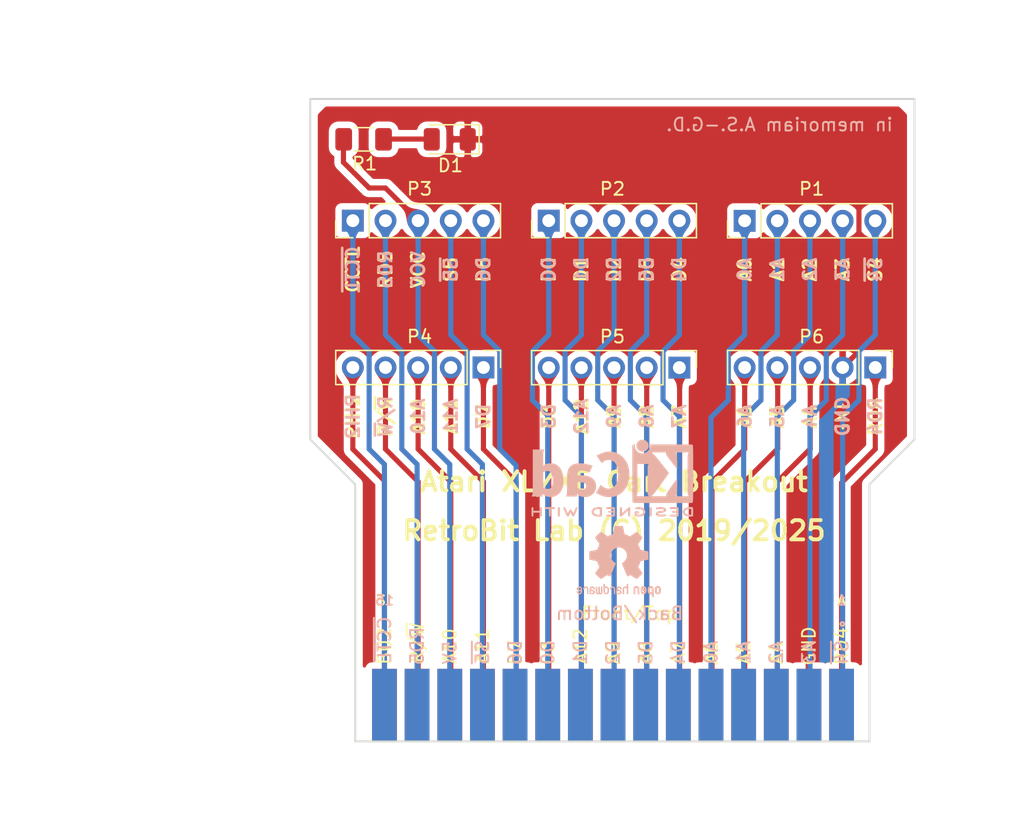
<source format=kicad_pcb>
(kicad_pcb (version 20171130) (host pcbnew 5.1.9+dfsg1-1+deb11u1)
  (title_block (date 2025-07-24))
  (layers (0 F.Cu signal) (31 B.Cu signal) (34 B.Paste user) (35 F.Paste user) (36 B.SilkS user) (37 F.SilkS user) (38 B.Mask user) (39 F.Mask user) (44 Edge.Cuts user))
  (net 0 "")
  (net 1 "Net-(D1-Pad2)")
  (net 2 GND)
  (net 3 VCC)
  (net 4 /RD4)
  (net 5 /~S4)
  (net 6 /A3)
  (net 7 /A2)
  (net 8 /A1)
  (net 9 /A0)
  (net 10 /D4)
  (net 11 /D5)
  (net 12 /D2)
  (net 13 /D1)
  (net 14 /D0)
  (net 15 /D6)
  (net 16 /~S5)
  (net 17 /RD5)
  (net 18 /~CCTL)
  (net 19 /A4)
  (net 20 /A5)
  (net 21 /A6)
  (net 22 /A7)
  (net 23 /A8)
  (net 24 /A9)
  (net 25 /A12)
  (net 26 /D3)
  (net 27 /D7)
  (net 28 /A11)
  (net 29 /A10)
  (net 30 /R~W)
  (net 31 /PHI2)
  (module RetroBitLab:ATARI-LEFT-CARTRIDGE (layer F.Cu) (at 132 105.5)
    (fp_text reference CART1 hide)
    (fp_text value ATARI-CARTRIDGE)
    (fp_text user S (at 1.016 1.524) (layer F.SilkS) (effects (font (size 0.75 0.75))))
    (fp_text user A (at 36.83 1.524) (layer F.SilkS) (effects (font (size 0.75 0.75))))
    (fp_text user 15 (at 1.27 1.524) (layer B.SilkS) (effects (font (size 0.75 0.75)) (justify mirror)))
    (fp_text user 1 (at 36.83 1.524) (layer B.SilkS) (effects (font (size 0.75 0.75)) (justify mirror)))
    (fp_text user Back/Bottom (at 19.558 2.54) (layer B.SilkS) (effects (justify mirror)))
    (fp_text user Front/Top (at 20.32 2.54) (layer F.SilkS))
    (fp_text user GND (at 34.29 5.08 90) (layer F.SilkS))
    (fp_text user A5 (at 29.21 5.588 90) (layer F.SilkS))
    (fp_text user A6 (at 26.67 5.588 90) (layer F.SilkS))
    (fp_text user A7 (at 24.13 5.588 90) (layer F.SilkS))
    (fp_text user A8 (at 21.59 5.588 90) (layer F.SilkS))
    (fp_text user A9 (at 19.05 5.588 90) (layer F.SilkS))
    (fp_text user A12 (at 16.51 5.08 90) (layer F.SilkS))
    (fp_text user A11 (at 8.89 5.08 90) (layer F.SilkS))
    (fp_text user A10 (at 6.35 5.08 90) (layer F.SilkS))
    (fp_text user R/~W (at 3.81 4.826 90) (layer F.SilkS))
    (fp_text user B02 (at 1.27 5.08 90) (layer F.SilkS))
    (fp_text user ~CCTL (at 1.27 4.572 90) (layer B.SilkS) (effects (justify mirror)))
    (fp_text user RD5 (at 3.81 5.08 90) (layer B.SilkS) (effects (justify mirror)))
    (fp_text user ~S5 (at 8.89 5.588 90) (layer B.SilkS) (effects (justify mirror)))
    (fp_text user D3 (at 13.97 5.588 90) (layer F.SilkS))
    (fp_text user D2 (at 19.05 5.588 90) (layer B.SilkS) (effects (justify mirror)))
    (fp_text user D1 (at 16.51 5.588 90) (layer B.SilkS) (effects (justify mirror)))
    (fp_text user D0 (at 13.97 5.588 90) (layer B.SilkS) (effects (justify mirror)))
    (fp_text user A4 (at 31.75 5.588 90) (layer F.SilkS))
    (fp_text user D7 (at 11.43 5.588 90) (layer F.SilkS))
    (fp_text user D6 (at 11.43 5.588 90) (layer B.SilkS) (effects (justify mirror)))
    (fp_text user D5 (at 21.59 5.588 90) (layer B.SilkS) (effects (justify mirror)))
    (fp_text user D4 (at 24.13 5.588 90) (layer B.SilkS) (effects (justify mirror)))
    (fp_text user A0 (at 26.67 5.588 90) (layer B.SilkS) (effects (justify mirror)))
    (fp_text user A1 (at 29.21 5.588 90) (layer B.SilkS) (effects (justify mirror)))
    (fp_text user A2 (at 31.75 5.588 90) (layer B.SilkS) (effects (justify mirror)))
    (fp_text user A3 (at 34.29 5.588 90) (layer B.SilkS) (effects (justify mirror)))
    (fp_text user ~S4 (at 36.83 5.588 90) (layer B.SilkS) (effects (justify mirror)))
    (fp_text user 5V (at 6.35 5.588 90) (layer B.SilkS) (effects (justify mirror)))
    (fp_text user RD4 (at 36.83 5.08 90) (layer F.SilkS))
    (pad A smd rect (at 36.83 9.652 270) (size 5.588 1.9304) (layers F.Cu F.Paste F.Mask) (net 4 /RD4))
    (pad 1 smd rect (at 36.83 9.652 270) (size 5.588 1.9304) (layers B.Cu B.Paste B.Mask) (net 5 /~S4))
    (pad 2 smd rect (at 34.29 9.652 270) (size 5.588 1.9304) (layers B.Cu B.Paste B.Mask) (net 6 /A3))
    (pad 3 smd rect (at 31.75 9.652 270) (size 5.588 1.9304) (layers B.Cu B.Paste B.Mask) (net 7 /A2))
    (pad 4 smd rect (at 29.21 9.652 270) (size 5.588 1.9304) (layers B.Cu B.Paste B.Mask) (net 8 /A1))
    (pad 5 smd rect (at 26.67 9.652 270) (size 5.588 1.9304) (layers B.Cu B.Paste B.Mask) (net 9 /A0))
    (pad 6 smd rect (at 24.13 9.652 270) (size 5.588 1.9304) (layers B.Cu B.Paste B.Mask) (net 10 /D4))
    (pad 7 smd rect (at 21.59 9.652 270) (size 5.588 1.9304) (layers B.Cu B.Paste B.Mask) (net 11 /D5))
    (pad 8 smd rect (at 19.05 9.652 270) (size 5.588 1.9304) (layers B.Cu B.Paste B.Mask) (net 12 /D2))
    (pad 9 smd rect (at 16.51 9.652 270) (size 5.588 1.9304) (layers B.Cu B.Paste B.Mask) (net 13 /D1))
    (pad 10 smd rect (at 13.97 9.652 270) (size 5.588 1.9304) (layers B.Cu B.Paste B.Mask) (net 14 /D0))
    (pad 11 smd rect (at 11.43 9.652 270) (size 5.588 1.9304) (layers B.Cu B.Paste B.Mask) (net 15 /D6))
    (pad 12 smd rect (at 8.89 9.652 270) (size 5.588 1.9304) (layers B.Cu B.Paste B.Mask) (net 16 /~S5))
    (pad 13 smd rect (at 6.35 9.652 270) (size 5.588 1.9304) (layers B.Cu B.Paste B.Mask) (net 3 VCC))
    (pad 14 smd rect (at 3.81 9.652 270) (size 5.588 1.9304) (layers B.Cu B.Paste B.Mask) (net 17 /RD5))
    (pad 15 smd rect (at 1.27 9.652 270) (size 5.588 1.9304) (layers B.Cu B.Paste B.Mask) (net 18 /~CCTL))
    (pad B smd rect (at 34.29 9.652 270) (size 5.588 1.9304) (layers F.Cu F.Paste F.Mask) (net 2 GND))
    (pad C smd rect (at 31.75 9.652 270) (size 5.588 1.9304) (layers F.Cu F.Paste F.Mask) (net 19 /A4))
    (pad D smd rect (at 29.21 9.652 270) (size 5.588 1.9304) (layers F.Cu F.Paste F.Mask) (net 20 /A5))
    (pad E smd rect (at 26.67 9.652 270) (size 5.588 1.9304) (layers F.Cu F.Paste F.Mask) (net 21 /A6))
    (pad F smd rect (at 24.13 9.652 270) (size 5.588 1.9304) (layers F.Cu F.Paste F.Mask) (net 22 /A7))
    (pad H smd rect (at 21.59 9.652 270) (size 5.588 1.9304) (layers F.Cu F.Paste F.Mask) (net 23 /A8))
    (pad J smd rect (at 19.05 9.652 270) (size 5.588 1.9304) (layers F.Cu F.Paste F.Mask) (net 24 /A9))
    (pad K smd rect (at 16.51 9.652 270) (size 5.588 1.9304) (layers F.Cu F.Paste F.Mask) (net 25 /A12))
    (pad L smd rect (at 13.97 9.652 270) (size 5.588 1.9304) (layers F.Cu F.Paste F.Mask) (net 26 /D3))
    (pad M smd rect (at 11.43 9.652 270) (size 5.588 1.9304) (layers F.Cu F.Paste F.Mask) (net 27 /D7))
    (pad N smd rect (at 8.89 9.652 270) (size 5.588 1.9304) (layers F.Cu F.Paste F.Mask) (net 28 /A11))
    (pad P smd rect (at 6.35 9.652 270) (size 5.588 1.9304) (layers F.Cu F.Paste F.Mask) (net 29 /A10))
    (pad R smd rect (at 3.81 9.652 270) (size 5.588 1.9304) (layers F.Cu F.Paste F.Mask) (net 30 /R~W))
    (pad S smd rect (at 1.27 9.652 270) (size 5.588 1.9304) (layers F.Cu F.Paste F.Mask) (net 31 /PHI2))
  )
  (module LED_SMD:LED_1206_3216Metric (layer F.Cu) (at 138.35 71.14 180)
    (fp_text reference D1 (at -0.05 -2.04) (layer F.SilkS))
    (fp_text value YELLOW)
    (pad 1 smd roundrect (at -1.4 0 180) (size 1.25 1.75) (layers F.Cu F.Paste F.Mask) (roundrect_rratio 0.2) (net 2 GND))
    (pad 2 smd roundrect (at 1.4 0 180) (size 1.25 1.75) (layers F.Cu F.Paste F.Mask) (roundrect_rratio 0.2) (net 1 "Net-(D1-Pad2)"))
  )
  (module Connector_PinHeader_2.54mm:PinHeader_1x05_P2.54mm_Vertical (layer F.Cu) (at 161.29 77.48 90)
    (fp_text reference P1 (at 2.48 5.21 180) (layer F.SilkS))
    (fp_text value Conn_01x05)
    (pad 5 thru_hole oval (at 0 10.16 90) (size 1.7 1.7) (drill 1) (layers *.Cu *.Mask) (net 5 /~S4))
    (pad 4 thru_hole oval (at 0 7.62 90) (size 1.7 1.7) (drill 1) (layers *.Cu *.Mask) (net 6 /A3))
    (pad 3 thru_hole oval (at 0 5.08 90) (size 1.7 1.7) (drill 1) (layers *.Cu *.Mask) (net 7 /A2))
    (pad 2 thru_hole oval (at 0 2.54 90) (size 1.7 1.7) (drill 1) (layers *.Cu *.Mask) (net 8 /A1))
    (pad 1 thru_hole rect (at 0 0 90) (size 1.7 1.7) (drill 1) (layers *.Cu *.Mask) (net 9 /A0))
  )
  (module Connector_PinHeader_2.54mm:PinHeader_1x05_P2.54mm_Vertical (layer F.Cu) (at 146.05 77.47 90)
    (fp_text reference P2 (at 2.47 4.95 180) (layer F.SilkS))
    (fp_text value Conn_01x05)
    (pad 1 thru_hole rect (at 0 0 90) (size 1.7 1.7) (drill 1) (layers *.Cu *.Mask) (net 14 /D0))
    (pad 2 thru_hole oval (at 0 2.54 90) (size 1.7 1.7) (drill 1) (layers *.Cu *.Mask) (net 13 /D1))
    (pad 3 thru_hole oval (at 0 5.08 90) (size 1.7 1.7) (drill 1) (layers *.Cu *.Mask) (net 12 /D2))
    (pad 4 thru_hole oval (at 0 7.62 90) (size 1.7 1.7) (drill 1) (layers *.Cu *.Mask) (net 11 /D5))
    (pad 5 thru_hole oval (at 0 10.16 90) (size 1.7 1.7) (drill 1) (layers *.Cu *.Mask) (net 10 /D4))
  )
  (module Connector_PinHeader_2.54mm:PinHeader_1x05_P2.54mm_Vertical (layer F.Cu) (at 130.81 77.47 90)
    (fp_text reference P3 (at 2.47 5.19 180) (layer F.SilkS))
    (fp_text value Conn_01x05)
    (pad 5 thru_hole oval (at 0 10.16 90) (size 1.7 1.7) (drill 1) (layers *.Cu *.Mask) (net 15 /D6))
    (pad 4 thru_hole oval (at 0 7.62 90) (size 1.7 1.7) (drill 1) (layers *.Cu *.Mask) (net 16 /~S5))
    (pad 3 thru_hole oval (at 0 5.08 90) (size 1.7 1.7) (drill 1) (layers *.Cu *.Mask) (net 3 VCC))
    (pad 2 thru_hole oval (at 0 2.54 90) (size 1.7 1.7) (drill 1) (layers *.Cu *.Mask) (net 17 /RD5))
    (pad 1 thru_hole rect (at 0 0 90) (size 1.7 1.7) (drill 1) (layers *.Cu *.Mask) (net 18 /~CCTL))
  )
  (module Connector_PinHeader_2.54mm:PinHeader_1x05_P2.54mm_Vertical (layer F.Cu) (at 140.97 88.9 270)
    (fp_text reference P4 (at -2.4 4.97 180) (layer F.SilkS))
    (fp_text value Conn_01x05)
    (pad 1 thru_hole rect (at 0 0 270) (size 1.7 1.7) (drill 1) (layers *.Cu *.Mask) (net 27 /D7))
    (pad 2 thru_hole oval (at 0 2.54 270) (size 1.7 1.7) (drill 1) (layers *.Cu *.Mask) (net 28 /A11))
    (pad 3 thru_hole oval (at 0 5.08 270) (size 1.7 1.7) (drill 1) (layers *.Cu *.Mask) (net 29 /A10))
    (pad 4 thru_hole oval (at 0 7.62 270) (size 1.7 1.7) (drill 1) (layers *.Cu *.Mask) (net 30 /R~W))
    (pad 5 thru_hole oval (at 0 10.16 270) (size 1.7 1.7) (drill 1) (layers *.Cu *.Mask) (net 31 /PHI2))
  )
  (module Connector_PinHeader_2.54mm:PinHeader_1x05_P2.54mm_Vertical (layer F.Cu) (at 156.21 88.91 270)
    (fp_text reference P5 (at -2.41 5.21 180) (layer F.SilkS))
    (fp_text value Conn_01x05)
    (pad 5 thru_hole oval (at 0 10.16 270) (size 1.7 1.7) (drill 1) (layers *.Cu *.Mask) (net 26 /D3))
    (pad 4 thru_hole oval (at 0 7.62 270) (size 1.7 1.7) (drill 1) (layers *.Cu *.Mask) (net 25 /A12))
    (pad 3 thru_hole oval (at 0 5.08 270) (size 1.7 1.7) (drill 1) (layers *.Cu *.Mask) (net 24 /A9))
    (pad 2 thru_hole oval (at 0 2.54 270) (size 1.7 1.7) (drill 1) (layers *.Cu *.Mask) (net 23 /A8))
    (pad 1 thru_hole rect (at 0 0 270) (size 1.7 1.7) (drill 1) (layers *.Cu *.Mask) (net 22 /A7))
  )
  (module Connector_PinHeader_2.54mm:PinHeader_1x05_P2.54mm_Vertical (layer F.Cu) (at 171.45 88.9 270)
    (fp_text reference P6 (at -2.4 4.95 180) (layer F.SilkS))
    (fp_text value Conn_01x05)
    (pad 1 thru_hole rect (at 0 0 270) (size 1.7 1.7) (drill 1) (layers *.Cu *.Mask) (net 4 /RD4))
    (pad 2 thru_hole oval (at 0 2.54 270) (size 1.7 1.7) (drill 1) (layers *.Cu *.Mask) (net 2 GND))
    (pad 3 thru_hole oval (at 0 5.08 270) (size 1.7 1.7) (drill 1) (layers *.Cu *.Mask) (net 19 /A4))
    (pad 4 thru_hole oval (at 0 7.62 270) (size 1.7 1.7) (drill 1) (layers *.Cu *.Mask) (net 20 /A5))
    (pad 5 thru_hole oval (at 0 10.16 270) (size 1.7 1.7) (drill 1) (layers *.Cu *.Mask) (net 21 /A6))
  )
  (module Resistor_SMD:R_1206_3216Metric_Pad1.30x1.75mm_HandSolder (layer F.Cu) (at 131.65 71.14)
    (fp_text reference R1 (at 0.08 1.9) (layer F.SilkS))
    (fp_text value 1.5K)
    (pad 1 smd roundrect (at -1.55 0) (size 1.3 1.75) (layers F.Cu F.Paste F.Mask) (roundrect_rratio 0.1923069230769231) (net 3 VCC))
    (pad 2 smd roundrect (at 1.55 0) (size 1.3 1.75) (layers F.Cu F.Paste F.Mask) (roundrect_rratio 0.1923069230769231) (net 1 "Net-(D1-Pad2)"))
  )
  (module Symbol:OSHW-Logo2_7.3x6mm_SilkScreen (layer B.Cu) (at 151.5 104 180)
    (fp_text reference L1 hide)
    (fp_text value LOGO hide)
  )
  (module Symbol:KiCad-Logo2_5mm_SilkScreen (layer B.Cu) (at 151 97.5 180)
    (fp_text reference L2 hide)
    (fp_text value LOGO hide)
  )
  (gr_text "in memoriam A.S.-G.D." (at 164 70) (layer B.SilkS) (effects (font (size 1 1)) (justify mirror)))
  (gr_text PHI2 (at 130.81 92.71 90) (layer B.SilkS) (effects (font (size 1 1) (thickness 0.2)) (justify mirror)))
  (gr_text R/~W (at 133.35 92.71 90) (layer B.SilkS) (effects (font (size 1 1) (thickness 0.2)) (justify mirror)))
  (gr_text A10 (at 135.89 92.71 90) (layer B.SilkS) (effects (font (size 1 1) (thickness 0.2)) (justify mirror)))
  (gr_text A11 (at 138.43 92.71 90) (layer B.SilkS) (effects (font (size 1 1) (thickness 0.2)) (justify mirror)))
  (gr_text D7 (at 140.97 92.71 90) (layer B.SilkS) (effects (font (size 1 1) (thickness 0.2)) (justify mirror)))
  (gr_text D3 (at 146.05 92.71 90) (layer B.SilkS) (effects (font (size 1 1) (thickness 0.2)) (justify mirror)))
  (gr_text A12 (at 148.59 92.71 90) (layer B.SilkS) (effects (font (size 1 1) (thickness 0.2)) (justify mirror)))
  (gr_text A9 (at 151.13 92.71 90) (layer B.SilkS) (effects (font (size 1 1) (thickness 0.2)) (justify mirror)))
  (gr_text A8 (at 153.67 92.71 90) (layer B.SilkS) (effects (font (size 1 1) (thickness 0.2)) (justify mirror)))
  (gr_text A7 (at 156.21 92.71 90) (layer B.SilkS) (effects (font (size 1 1) (thickness 0.2)) (justify mirror)))
  (gr_text A6 (at 161.29 92.71 90) (layer B.SilkS) (effects (font (size 1 1) (thickness 0.2)) (justify mirror)))
  (gr_text A5 (at 163.83 92.71 90) (layer B.SilkS) (effects (font (size 1 1) (thickness 0.2)) (justify mirror)))
  (gr_text A4 (at 166.37 92.71 90) (layer B.SilkS) (effects (font (size 1 1) (thickness 0.2)) (justify mirror)))
  (gr_text GND (at 168.91 92.71 90) (layer B.SilkS) (effects (font (size 1 1) (thickness 0.2)) (justify mirror)))
  (gr_text RD4 (at 171.45 92.71 90) (layer B.SilkS) (effects (font (size 1 1) (thickness 0.2)) (justify mirror)))
  (gr_text ~S4 (at 171.45 81.28 90) (layer B.SilkS) (effects (font (size 1 1) (thickness 0.2)) (justify mirror)))
  (gr_text A3 (at 168.91 81.28 90) (layer B.SilkS) (effects (font (size 1 1) (thickness 0.2)) (justify mirror)))
  (gr_text A2 (at 166.37 81.28 90) (layer B.SilkS) (effects (font (size 1 1) (thickness 0.2)) (justify mirror)))
  (gr_text A1 (at 163.83 81.28 90) (layer B.SilkS) (effects (font (size 1 1) (thickness 0.2)) (justify mirror)))
  (gr_text A0 (at 161.29 81.28 90) (layer B.SilkS) (effects (font (size 1 1) (thickness 0.2)) (justify mirror)))
  (gr_text D4 (at 156.21 81.28 90) (layer B.SilkS) (effects (font (size 1 1) (thickness 0.2)) (justify mirror)))
  (gr_text D5 (at 153.67 81.28 90) (layer B.SilkS) (effects (font (size 1 1) (thickness 0.2)) (justify mirror)))
  (gr_text D2 (at 151.13 81.28 90) (layer B.SilkS) (effects (font (size 1 1) (thickness 0.2)) (justify mirror)))
  (gr_text D1 (at 148.59 81.28 90) (layer B.SilkS) (effects (font (size 1 1) (thickness 0.2)) (justify mirror)))
  (gr_text D0 (at 146.05 81.28 90) (layer B.SilkS) (effects (font (size 1 1) (thickness 0.2)) (justify mirror)))
  (gr_text D6 (at 140.97 81.28 90) (layer B.SilkS) (effects (font (size 1 1) (thickness 0.2)) (justify mirror)))
  (gr_text ~S5 (at 138.43 81.28 90) (layer B.SilkS) (effects (font (size 1 1) (thickness 0.2)) (justify mirror)))
  (gr_text VCC (at 135.89 81.28 90) (layer B.SilkS) (effects (font (size 1 1) (thickness 0.2)) (justify mirror)))
  (gr_text RD5 (at 133.35 81.28 90) (layer B.SilkS) (effects (font (size 1 1) (thickness 0.2)) (justify mirror)))
  (gr_text ~CCTL (at 130.81 81.28 90) (layer B.SilkS) (effects (font (size 1 1) (thickness 0.2)) (justify mirror)))
  (gr_text "RetroBit Lab (C) 2019/2025" (at 151.13 101.6) (layer F.SilkS) (effects (font (size 1.5 1.5) (thickness 0.3))))
  (gr_text "Atari XL/XE Cart Breakout" (at 151.13 97.79) (layer F.SilkS) (effects (font (size 1.5 1.5) (thickness 0.3))))
  (gr_text PHI2 (at 130.81 92.71 90) (layer F.SilkS) (effects (font (size 1 1) (thickness 0.2))))
  (gr_text R/~W (at 133.35 92.71 90) (layer F.SilkS) (effects (font (size 1 1) (thickness 0.2))))
  (gr_text A10 (at 135.89 92.71 90) (layer F.SilkS) (effects (font (size 1 1) (thickness 0.2))))
  (gr_text A11 (at 138.43 92.71 90) (layer F.SilkS) (effects (font (size 1 1) (thickness 0.2))))
  (gr_text D7 (at 140.97 92.71 90) (layer F.SilkS) (effects (font (size 1 1) (thickness 0.2))))
  (gr_text D3 (at 146.05 92.71 90) (layer F.SilkS) (effects (font (size 1 1) (thickness 0.2))))
  (gr_text A12 (at 148.59 92.71 90) (layer F.SilkS) (effects (font (size 1 1) (thickness 0.2))))
  (gr_text A9 (at 151.13 92.71 90) (layer F.SilkS) (effects (font (size 1 1) (thickness 0.2))))
  (gr_text A8 (at 153.67 92.71 90) (layer F.SilkS) (effects (font (size 1 1) (thickness 0.2))))
  (gr_text A7 (at 156.21 92.71 90) (layer F.SilkS) (effects (font (size 1 1) (thickness 0.2))))
  (gr_text A6 (at 161.29 92.71 90) (layer F.SilkS) (effects (font (size 1 1) (thickness 0.2))))
  (gr_text A5 (at 163.83 92.71 90) (layer F.SilkS) (effects (font (size 1 1) (thickness 0.2))))
  (gr_text A4 (at 166.37 92.71 90) (layer F.SilkS) (effects (font (size 1 1) (thickness 0.2))))
  (gr_text GND (at 168.91 92.71 90) (layer F.SilkS) (effects (font (size 1 1) (thickness 0.2))))
  (gr_text RD4 (at 171.45 92.71 90) (layer F.SilkS) (effects (font (size 1 1) (thickness 0.2))))
  (gr_text ~S4 (at 171.45 81.28 90) (layer F.SilkS) (effects (font (size 1 1) (thickness 0.2))))
  (gr_text A3 (at 168.91 81.28 90) (layer F.SilkS) (effects (font (size 1 1) (thickness 0.2))))
  (gr_text A2 (at 166.37 81.28 90) (layer F.SilkS) (effects (font (size 1 1) (thickness 0.2))))
  (gr_text A1 (at 163.83 81.28 90) (layer F.SilkS) (effects (font (size 1 1) (thickness 0.2))))
  (gr_text A0 (at 161.29 81.28 90) (layer F.SilkS) (effects (font (size 1 1) (thickness 0.2))))
  (gr_text D4 (at 156.21 81.28 90) (layer F.SilkS) (effects (font (size 1 1) (thickness 0.2))))
  (gr_text D5 (at 153.67 81.28 90) (layer F.SilkS) (effects (font (size 1 1) (thickness 0.2))))
  (gr_text D2 (at 151.13 81.28 90) (layer F.SilkS) (effects (font (size 1 1) (thickness 0.2))))
  (gr_text D1 (at 148.59 81.28 90) (layer F.SilkS) (effects (font (size 1 1) (thickness 0.2))))
  (gr_text D0 (at 146.05 81.28 90) (layer F.SilkS) (effects (font (size 1 1) (thickness 0.2))))
  (gr_text D6 (at 140.97 81.28 90) (layer F.SilkS) (effects (font (size 1 1) (thickness 0.2))))
  (gr_text ~S5 (at 138.43 81.28 90) (layer F.SilkS) (effects (font (size 1 1) (thickness 0.2))))
  (gr_text VCC (at 135.89 81.28 90) (layer F.SilkS) (effects (font (size 1 1) (thickness 0.2))))
  (gr_text RD5 (at 133.35 81.28 90) (layer F.SilkS) (effects (font (size 1 1) (thickness 0.2))))
  (gr_text ~CCTL (at 130.81 81.28 90) (layer F.SilkS) (effects (font (size 1 1) (thickness 0.2))))
  (gr_line (start 131 98) (end 131 118) (angle 90) (layer Edge.Cuts) (width 0.15))
  (gr_line (start 127.5 94.5) (end 131 98) (angle 90) (layer Edge.Cuts) (width 0.15))
  (gr_line (start 127.5 68) (end 127.5 94.5) (angle 90) (layer Edge.Cuts) (width 0.15))
  (gr_line (start 174.5 68) (end 127.5 68) (angle 90) (layer Edge.Cuts) (width 0.15))
  (gr_line (start 174.5 94.5) (end 174.5 68) (angle 90) (layer Edge.Cuts) (width 0.15))
  (gr_line (start 174 95) (end 174.5 94.5) (angle 90) (layer Edge.Cuts) (width 0.15))
  (gr_line (start 171 98) (end 174 95) (angle 90) (layer Edge.Cuts) (width 0.15))
  (gr_line (start 171 118) (end 171 98) (angle 90) (layer Edge.Cuts) (width 0.15))
  (gr_line (start 131 118) (end 171 118) (angle 90) (layer Edge.Cuts) (width 0.15))
  (segment (start 133.22 71.12) (end 133.2 71.14) (width 0.4) (layer F.Cu) (net 1))
  (segment (start 137.01014 71.12) (end 133.22 71.12) (width 0.4) (layer F.Cu) (net 1))
  (segment (start 139.84986 71.12) (end 166.37 71.12) (width 0.4) (layer F.Cu) (net 2))
  (segment (start 170.18 87.63) (end 168.91 88.9) (width 0.4) (layer F.Cu) (net 2))
  (segment (start 170.18 74.93) (end 170.18 87.63) (width 0.4) (layer F.Cu) (net 2))
  (segment (start 166.37 71.12) (end 170.18 74.93) (width 0.4) (layer F.Cu) (net 2))
  (segment (start 166.37 115.072) (end 166.29 115.152) (width 0.4) (layer F.Cu) (net 2))
  (segment (start 166.37 97.79) (end 166.37 115.072) (width 0.4) (layer F.Cu) (net 2))
  (segment (start 168.9 95.26) (end 166.37 97.79) (width 0.4) (layer F.Cu) (net 2))
  (segment (start 168.9 88.91) (end 168.9 95.26) (width 0.4) (layer F.Cu) (net 2))
  (segment (start 168.91 88.9) (end 168.9 88.91) (width 0.4) (layer F.Cu) (net 2))
  (segment (start 130.08 71.12) (end 130.08 72.93) (width 0.4) (layer F.Cu) (net 3))
  (segment (start 133.35 74.93) (end 135.89 77.47) (width 0.4) (layer F.Cu) (net 3))
  (segment (start 132.08 74.93) (end 133.35 74.93) (width 0.4) (layer F.Cu) (net 3))
  (segment (start 130.08 72.93) (end 132.08 74.93) (width 0.4) (layer F.Cu) (net 3))
  (segment (start 135.89 77.47) (end 135.89 86.36) (width 0.4) (layer B.Cu) (net 3))
  (segment (start 138.35 96.44) (end 138.35 115.152) (width 0.4) (layer B.Cu) (net 3))
  (segment (start 137.16 95.25) (end 138.35 96.44) (width 0.4) (layer B.Cu) (net 3))
  (segment (start 137.16 87.63) (end 137.16 95.25) (width 0.4) (layer B.Cu) (net 3))
  (segment (start 135.89 86.36) (end 137.16 87.63) (width 0.4) (layer B.Cu) (net 3))
  (segment (start 171.45 95.25) (end 171.45 88.9) (width 0.4) (layer F.Cu) (net 4))
  (segment (start 168.83 97.87) (end 171.45 95.25) (width 0.4) (layer F.Cu) (net 4))
  (segment (start 168.83 115.152) (end 168.83 97.87) (width 0.4) (layer F.Cu) (net 4))
  (segment (start 171.45 77.47) (end 171.45 86.36) (width 0.4) (layer B.Cu) (net 5))
  (segment (start 168.91 92.71) (end 168.91 115.072) (width 0.4) (layer B.Cu) (net 5))
  (segment (start 170.18 91.44) (end 168.91 92.71) (width 0.4) (layer B.Cu) (net 5))
  (segment (start 170.18 87.63) (end 170.18 91.44) (width 0.4) (layer B.Cu) (net 5))
  (segment (start 171.45 86.36) (end 170.18 87.63) (width 0.4) (layer B.Cu) (net 5))
  (segment (start 168.91 115.072) (end 168.83 115.152) (width 0.4) (layer B.Cu) (net 5))
  (segment (start 168.91 77.47) (end 168.91 86.36) (width 0.4) (layer B.Cu) (net 6))
  (segment (start 166.37 92.71) (end 166.37 115.072) (width 0.4) (layer B.Cu) (net 6))
  (segment (start 167.64 91.44) (end 166.37 92.71) (width 0.4) (layer B.Cu) (net 6))
  (segment (start 167.64 87.63) (end 167.64 91.44) (width 0.4) (layer B.Cu) (net 6))
  (segment (start 168.91 86.36) (end 167.64 87.63) (width 0.4) (layer B.Cu) (net 6))
  (segment (start 166.37 115.072) (end 166.29 115.152) (width 0.4) (layer B.Cu) (net 6))
  (segment (start 166.37 77.47) (end 166.37 86.36) (width 0.4) (layer B.Cu) (net 7))
  (segment (start 163.83 92.71) (end 163.83 115.072) (width 0.4) (layer B.Cu) (net 7))
  (segment (start 165.1 91.44) (end 163.83 92.71) (width 0.4) (layer B.Cu) (net 7))
  (segment (start 165.1 87.63) (end 165.1 91.44) (width 0.4) (layer B.Cu) (net 7))
  (segment (start 166.37 86.36) (end 165.1 87.63) (width 0.4) (layer B.Cu) (net 7))
  (segment (start 163.83 115.072) (end 163.75 115.152) (width 0.4) (layer B.Cu) (net 7))
  (segment (start 163.83 77.47) (end 163.83 86.36) (width 0.4) (layer B.Cu) (net 8))
  (segment (start 161.21 92.79) (end 161.21 115.152) (width 0.4) (layer B.Cu) (net 8))
  (segment (start 162.56 91.44) (end 161.21 92.79) (width 0.4) (layer B.Cu) (net 8))
  (segment (start 162.56 87.63) (end 162.56 91.44) (width 0.4) (layer B.Cu) (net 8))
  (segment (start 163.83 86.36) (end 162.56 87.63) (width 0.4) (layer B.Cu) (net 8))
  (segment (start 161.29 77.47) (end 161.29 86.36) (width 0.4) (layer B.Cu) (net 9))
  (segment (start 158.67 92.79) (end 158.67 115.152) (width 0.4) (layer B.Cu) (net 9))
  (segment (start 160.02 91.44) (end 158.67 92.79) (width 0.4) (layer B.Cu) (net 9))
  (segment (start 160.02 87.63) (end 160.02 91.44) (width 0.4) (layer B.Cu) (net 9))
  (segment (start 161.29 86.36) (end 160.02 87.63) (width 0.4) (layer B.Cu) (net 9))
  (segment (start 156.21 77.47) (end 156.21 86.36) (width 0.4) (layer B.Cu) (net 10))
  (segment (start 156.21 92.71) (end 156.21 115.072) (width 0.4) (layer B.Cu) (net 10))
  (segment (start 154.94 91.44) (end 156.21 92.71) (width 0.4) (layer B.Cu) (net 10))
  (segment (start 154.94 87.63) (end 154.94 91.44) (width 0.4) (layer B.Cu) (net 10))
  (segment (start 156.21 86.36) (end 154.94 87.63) (width 0.4) (layer B.Cu) (net 10))
  (segment (start 156.21 115.072) (end 156.13 115.152) (width 0.4) (layer B.Cu) (net 10))
  (segment (start 153.67 77.47) (end 153.67 86.36) (width 0.4) (layer B.Cu) (net 11))
  (segment (start 153.67 92.71) (end 153.67 115.072) (width 0.4) (layer B.Cu) (net 11))
  (segment (start 152.4 91.44) (end 153.67 92.71) (width 0.4) (layer B.Cu) (net 11))
  (segment (start 152.4 87.63) (end 152.4 91.44) (width 0.4) (layer B.Cu) (net 11))
  (segment (start 153.67 86.36) (end 152.4 87.63) (width 0.4) (layer B.Cu) (net 11))
  (segment (start 153.67 115.072) (end 153.59 115.152) (width 0.4) (layer B.Cu) (net 11))
  (segment (start 151.13 77.47) (end 151.13 86.36) (width 0.4) (layer B.Cu) (net 12))
  (segment (start 151.13 92.71) (end 151.13 115.072) (width 0.4) (layer B.Cu) (net 12))
  (segment (start 149.86 91.44) (end 151.13 92.71) (width 0.4) (layer B.Cu) (net 12))
  (segment (start 149.86 87.63) (end 149.86 91.44) (width 0.4) (layer B.Cu) (net 12))
  (segment (start 151.13 86.36) (end 149.86 87.63) (width 0.4) (layer B.Cu) (net 12))
  (segment (start 151.13 115.072) (end 151.05 115.152) (width 0.4) (layer B.Cu) (net 12))
  (segment (start 148.59 77.47) (end 148.59 86.36) (width 0.4) (layer B.Cu) (net 13))
  (segment (start 148.59 92.71) (end 148.59 115.072) (width 0.4) (layer B.Cu) (net 13))
  (segment (start 147.32 91.44) (end 148.59 92.71) (width 0.4) (layer B.Cu) (net 13))
  (segment (start 147.32 87.63) (end 147.32 91.44) (width 0.4) (layer B.Cu) (net 13))
  (segment (start 148.59 86.36) (end 147.32 87.63) (width 0.4) (layer B.Cu) (net 13))
  (segment (start 148.59 115.072) (end 148.51 115.152) (width 0.4) (layer B.Cu) (net 13))
  (segment (start 146.05 77.47) (end 146.05 86.36) (width 0.4) (layer B.Cu) (net 14))
  (segment (start 145.97 92.63) (end 145.97 115.152) (width 0.4) (layer B.Cu) (net 14))
  (segment (start 144.78 91.44) (end 145.97 92.63) (width 0.4) (layer B.Cu) (net 14))
  (segment (start 144.78 87.63) (end 144.78 91.44) (width 0.4) (layer B.Cu) (net 14))
  (segment (start 146.05 86.36) (end 144.78 87.63) (width 0.4) (layer B.Cu) (net 14))
  (segment (start 140.97 77.47) (end 140.97 86.36) (width 0.4) (layer B.Cu) (net 15))
  (segment (start 143.51 96.52) (end 143.51 115.072) (width 0.4) (layer B.Cu) (net 15))
  (segment (start 142.24 95.25) (end 143.51 96.52) (width 0.4) (layer B.Cu) (net 15))
  (segment (start 142.24 87.63) (end 142.24 95.25) (width 0.4) (layer B.Cu) (net 15))
  (segment (start 140.97 86.36) (end 142.24 87.63) (width 0.4) (layer B.Cu) (net 15))
  (segment (start 143.51 115.072) (end 143.43 115.152) (width 0.4) (layer B.Cu) (net 15))
  (segment (start 138.43 77.47) (end 138.43 86.36) (width 0.4) (layer B.Cu) (net 16))
  (segment (start 140.89 96.44) (end 140.89 115.152) (width 0.4) (layer B.Cu) (net 16))
  (segment (start 139.7 95.25) (end 140.89 96.44) (width 0.4) (layer B.Cu) (net 16))
  (segment (start 139.7 87.63) (end 139.7 95.25) (width 0.4) (layer B.Cu) (net 16))
  (segment (start 138.43 86.36) (end 139.7 87.63) (width 0.4) (layer B.Cu) (net 16))
  (segment (start 133.35 77.47) (end 133.35 86.36) (width 0.4) (layer B.Cu) (net 17))
  (segment (start 135.81 96.44) (end 135.81 115.152) (width 0.4) (layer B.Cu) (net 17))
  (segment (start 134.62 95.25) (end 135.81 96.44) (width 0.4) (layer B.Cu) (net 17))
  (segment (start 134.62 87.63) (end 134.62 95.25) (width 0.4) (layer B.Cu) (net 17))
  (segment (start 133.35 86.36) (end 134.62 87.63) (width 0.4) (layer B.Cu) (net 17))
  (segment (start 130.81 77.47) (end 130.81 86.36) (width 0.4) (layer B.Cu) (net 18))
  (segment (start 133.27 96.44) (end 133.27 115.152) (width 0.4) (layer B.Cu) (net 18))
  (segment (start 132.08 95.25) (end 133.27 96.44) (width 0.4) (layer B.Cu) (net 18))
  (segment (start 132.08 87.63) (end 132.08 95.25) (width 0.4) (layer B.Cu) (net 18))
  (segment (start 130.81 86.36) (end 132.08 87.63) (width 0.4) (layer B.Cu) (net 18))
  (segment (start 163.83 115.072) (end 163.75 115.152) (width 0.4) (layer F.Cu) (net 19))
  (segment (start 163.83 97.79) (end 163.83 115.072) (width 0.4) (layer F.Cu) (net 19))
  (segment (start 166.39 95.23) (end 163.83 97.79) (width 0.4) (layer F.Cu) (net 19))
  (segment (start 166.39 88.92) (end 166.39 95.23) (width 0.4) (layer F.Cu) (net 19))
  (segment (start 166.37 88.9) (end 166.39 88.92) (width 0.4) (layer F.Cu) (net 19))
  (segment (start 161.29 115.072) (end 161.21 115.152) (width 0.4) (layer F.Cu) (net 20))
  (segment (start 161.29 97.79) (end 161.29 115.072) (width 0.4) (layer F.Cu) (net 20))
  (segment (start 163.86 95.22) (end 161.29 97.79) (width 0.4) (layer F.Cu) (net 20))
  (segment (start 163.86 88.93) (end 163.86 95.22) (width 0.4) (layer F.Cu) (net 20))
  (segment (start 163.83 88.9) (end 163.86 88.93) (width 0.4) (layer F.Cu) (net 20))
  (segment (start 158.75 115.072) (end 158.67 115.152) (width 0.4) (layer F.Cu) (net 21))
  (segment (start 158.75 97.79) (end 158.75 115.072) (width 0.4) (layer F.Cu) (net 21))
  (segment (start 161.29 95.25) (end 158.75 97.79) (width 0.4) (layer F.Cu) (net 21))
  (segment (start 161.29 88.9) (end 161.29 95.25) (width 0.4) (layer F.Cu) (net 21))
  (segment (start 156.23 115.052) (end 156.13 115.152) (width 0.4) (layer F.Cu) (net 22))
  (segment (start 156.23 88.92) (end 156.23 115.052) (width 0.4) (layer F.Cu) (net 22))
  (segment (start 156.21 88.9) (end 156.23 88.92) (width 0.4) (layer F.Cu) (net 22))
  (segment (start 153.67 88.9) (end 153.67 115.072) (width 0.4) (layer F.Cu) (net 23))
  (segment (start 153.67 115.072) (end 153.59 115.152) (width 0.4) (layer F.Cu) (net 23))
  (segment (start 151.13 88.9) (end 151.13 115.072) (width 0.4) (layer F.Cu) (net 24))
  (segment (start 151.13 115.072) (end 151.05 115.152) (width 0.4) (layer F.Cu) (net 24))
  (segment (start 148.59 88.9) (end 148.59 115.072) (width 0.4) (layer F.Cu) (net 25))
  (segment (start 148.59 115.072) (end 148.51 115.152) (width 0.4) (layer F.Cu) (net 25))
  (segment (start 146.05 88.9) (end 146.05 115.072) (width 0.4) (layer F.Cu) (net 26))
  (segment (start 146.05 115.072) (end 145.97 115.152) (width 0.4) (layer F.Cu) (net 26))
  (segment (start 140.97 88.9) (end 140.97 95.25) (width 0.4) (layer F.Cu) (net 27))
  (segment (start 143.51 97.79) (end 143.51 115.072) (width 0.4) (layer F.Cu) (net 27))
  (segment (start 140.97 95.25) (end 143.51 97.79) (width 0.4) (layer F.Cu) (net 27))
  (segment (start 143.51 115.072) (end 143.43 115.152) (width 0.4) (layer F.Cu) (net 27))
  (segment (start 138.43 88.9) (end 138.43 95.25) (width 0.4) (layer F.Cu) (net 28))
  (segment (start 140.97 97.79) (end 140.97 115.072) (width 0.4) (layer F.Cu) (net 28))
  (segment (start 138.43 95.25) (end 140.97 97.79) (width 0.4) (layer F.Cu) (net 28))
  (segment (start 140.97 115.072) (end 140.89 115.152) (width 0.4) (layer F.Cu) (net 28))
  (segment (start 135.89 88.9) (end 135.89 95.25) (width 0.4) (layer F.Cu) (net 29))
  (segment (start 138.43 97.79) (end 138.43 115.072) (width 0.4) (layer F.Cu) (net 29))
  (segment (start 135.89 95.25) (end 138.43 97.79) (width 0.4) (layer F.Cu) (net 29))
  (segment (start 138.43 115.072) (end 138.35 115.152) (width 0.4) (layer F.Cu) (net 29))
  (segment (start 133.35 88.9) (end 133.35 95.25) (width 0.4) (layer F.Cu) (net 30))
  (segment (start 135.89 97.79) (end 135.89 115.072) (width 0.4) (layer F.Cu) (net 30))
  (segment (start 133.35 95.25) (end 135.89 97.79) (width 0.4) (layer F.Cu) (net 30))
  (segment (start 135.89 115.072) (end 135.81 115.152) (width 0.4) (layer F.Cu) (net 30))
  (segment (start 130.81 88.9) (end 130.81 95.25) (width 0.4) (layer F.Cu) (net 31))
  (segment (start 133.27 97.71) (end 133.27 115.152) (width 0.4) (layer F.Cu) (net 31))
  (segment (start 130.81 95.25) (end 133.27 97.71) (width 0.4) (layer F.Cu) (net 31))
  (zone (net 2) (net_name GND) (layer F.Cu) (priority 1) (connect_pads (clearance 0.508)) (min_thickness 0.254) (fill yes (arc_segments 16) (thermal_gap 0.508) (thermal_bridge_width 0.508) (smoothing fillet) (radius 3))
    (polygon (pts (xy 174.5 118) (xy 127.5 118) (xy 127.5 68) (xy 174.5 68)))
  )
  (zone (net 2) (net_name GND) (layer B.Cu) (priority 1) (connect_pads (clearance 0.508)) (min_thickness 0.254) (fill yes (arc_segments 16) (thermal_gap 0.508) (thermal_bridge_width 0.508) (smoothing fillet) (radius 3))
    (polygon (pts (xy 174.5 118) (xy 127.5 118) (xy 127.5 68) (xy 174.5 68)))
  )
  (zone (net 3) (net_name VCC) (layer F.Cu) (priority 16962) (connect_pads yes (clearance 0.2)) (min_thickness 0.0254) (fill yes (arc_segments 16) (thermal_gap 0.508) (thermal_bridge_width 0.508) (smoothing fillet) (radius 3))
    (polygon (pts (xy 134.553569 76.416412) (xy 134.686297 76.561129) (xy 134.784272 76.693296) (xy 134.853911 76.816663) (xy 134.901633 76.934982) (xy 134.933854 77.052004) (xy 134.956993 77.171479) (xy 134.977467 77.29716) (xy 135.001694 77.432798) (xy 135.036091 77.582144) (xy 135.087076 77.748949) (xy 136.19052 77.77052) (xy 136.168949 76.667076) (xy 136.002144 76.616091) (xy 135.852798 76.581694) (xy 135.71716 76.557467) (xy 135.591479 76.536993) (xy 135.472004 76.513854) (xy 135.354982 76.481633) (xy 135.236663 76.433911) (xy 135.113296 76.364272) (xy 134.981129 76.266297) (xy 134.836412 76.133569)))
  )
  (zone (net 3) (net_name VCC) (layer B.Cu) (priority 16962) (connect_pads yes (clearance 0.2)) (min_thickness 0.0254) (fill yes (arc_segments 16) (thermal_gap 0.508) (thermal_bridge_width 0.508) (smoothing fillet) (radius 3))
    (polygon (pts (xy 136.09 79.16) (xy 136.098478 78.963815) (xy 136.122655 78.80108) (xy 136.160646 78.664604) (xy 136.210566 78.547195) (xy 136.270528 78.441665) (xy 136.338649 78.340821) (xy 136.413042 78.237473) (xy 136.491821 78.124432) (xy 136.573102 77.994506) (xy 136.655 77.840506) (xy 135.89 77.045) (xy 135.125 77.840506) (xy 135.206897 77.994506) (xy 135.288178 78.124432) (xy 135.366957 78.237473) (xy 135.44135 78.340821) (xy 135.509471 78.441665) (xy 135.569433 78.547195) (xy 135.619353 78.664604) (xy 135.657344 78.80108) (xy 135.681521 78.963815) (xy 135.69 79.16)))
  )
  (zone (net 4) (net_name /RD4) (layer F.Cu) (priority 16962) (connect_pads yes (clearance 0.2)) (min_thickness 0.0254) (fill yes (arc_segments 16) (thermal_gap 0.508) (thermal_bridge_width 0.508) (smoothing fillet) (radius 3))
    (polygon (pts (xy 171.65 90.59) (xy 171.658478 90.393815) (xy 171.682655 90.23108) (xy 171.720646 90.094604) (xy 171.770566 89.977195) (xy 171.830528 89.871665) (xy 171.898649 89.770821) (xy 171.973042 89.667473) (xy 172.051821 89.554432) (xy 172.133102 89.424506) (xy 172.215 89.270506) (xy 171.45 88.475) (xy 170.685 89.270506) (xy 170.766897 89.424506) (xy 170.848178 89.554432) (xy 170.926957 89.667473) (xy 171.00135 89.770821) (xy 171.069471 89.871665) (xy 171.129433 89.977195) (xy 171.179353 90.094604) (xy 171.217344 90.23108) (xy 171.241521 90.393815) (xy 171.25 90.59)))
  )
  (zone (net 5) (net_name /~S4) (layer B.Cu) (priority 16962) (connect_pads yes (clearance 0.2)) (min_thickness 0.0254) (fill yes (arc_segments 16) (thermal_gap 0.508) (thermal_bridge_width 0.508) (smoothing fillet) (radius 3))
    (polygon (pts (xy 171.65 79.16) (xy 171.658525 78.965115) (xy 171.682822 78.803539) (xy 171.720975 78.66811) (xy 171.771067 78.551665) (xy 171.831181 78.44704) (xy 171.899401 78.347071) (xy 171.973809 78.244597) (xy 172.05249 78.132453) (xy 172.133525 78.003477) (xy 172.215 77.850506) (xy 171.45 77.055) (xy 170.685 77.850506) (xy 170.766474 78.003477) (xy 170.847509 78.132453) (xy 170.92619 78.244597) (xy 171.000598 78.347071) (xy 171.068818 78.44704) (xy 171.128932 78.551665) (xy 171.179024 78.66811) (xy 171.217177 78.803539) (xy 171.241474 78.965115) (xy 171.25 79.16)))
  )
  (zone (net 6) (net_name /A3) (layer B.Cu) (priority 16962) (connect_pads yes (clearance 0.2)) (min_thickness 0.0254) (fill yes (arc_segments 16) (thermal_gap 0.508) (thermal_bridge_width 0.508) (smoothing fillet) (radius 3))
    (polygon (pts (xy 169.11 79.16) (xy 169.118525 78.965115) (xy 169.142822 78.803539) (xy 169.180975 78.66811) (xy 169.231067 78.551665) (xy 169.291181 78.44704) (xy 169.359401 78.347071) (xy 169.433809 78.244597) (xy 169.51249 78.132453) (xy 169.593525 78.003477) (xy 169.675 77.850506) (xy 168.91 77.055) (xy 168.145 77.850506) (xy 168.226474 78.003477) (xy 168.307509 78.132453) (xy 168.38619 78.244597) (xy 168.460598 78.347071) (xy 168.528818 78.44704) (xy 168.588932 78.551665) (xy 168.639024 78.66811) (xy 168.677177 78.803539) (xy 168.701474 78.965115) (xy 168.71 79.16)))
  )
  (zone (net 7) (net_name /A2) (layer B.Cu) (priority 16962) (connect_pads yes (clearance 0.2)) (min_thickness 0.0254) (fill yes (arc_segments 16) (thermal_gap 0.508) (thermal_bridge_width 0.508) (smoothing fillet) (radius 3))
    (polygon (pts (xy 166.57 79.16) (xy 166.578525 78.965115) (xy 166.602822 78.803539) (xy 166.640975 78.66811) (xy 166.691067 78.551665) (xy 166.751181 78.44704) (xy 166.819401 78.347071) (xy 166.893809 78.244597) (xy 166.97249 78.132453) (xy 167.053525 78.003477) (xy 167.135 77.850506) (xy 166.37 77.055) (xy 165.605 77.850506) (xy 165.686474 78.003477) (xy 165.767509 78.132453) (xy 165.84619 78.244597) (xy 165.920598 78.347071) (xy 165.988818 78.44704) (xy 166.048932 78.551665) (xy 166.099024 78.66811) (xy 166.137177 78.803539) (xy 166.161474 78.965115) (xy 166.17 79.16)))
  )
  (zone (net 8) (net_name /A1) (layer B.Cu) (priority 16962) (connect_pads yes (clearance 0.2)) (min_thickness 0.0254) (fill yes (arc_segments 16) (thermal_gap 0.508) (thermal_bridge_width 0.508) (smoothing fillet) (radius 3))
    (polygon (pts (xy 164.03 79.16) (xy 164.038525 78.965115) (xy 164.062822 78.803539) (xy 164.100975 78.66811) (xy 164.151067 78.551665) (xy 164.211181 78.44704) (xy 164.279401 78.347071) (xy 164.353809 78.244597) (xy 164.43249 78.132453) (xy 164.513525 78.003477) (xy 164.595 77.850506) (xy 163.83 77.055) (xy 163.065 77.850506) (xy 163.146474 78.003477) (xy 163.227509 78.132453) (xy 163.30619 78.244597) (xy 163.380598 78.347071) (xy 163.448818 78.44704) (xy 163.508932 78.551665) (xy 163.559024 78.66811) (xy 163.597177 78.803539) (xy 163.621474 78.965115) (xy 163.63 79.16)))
  )
  (zone (net 9) (net_name /A0) (layer B.Cu) (priority 16962) (connect_pads yes (clearance 0.2)) (min_thickness 0.0254) (fill yes (arc_segments 16) (thermal_gap 0.508) (thermal_bridge_width 0.508) (smoothing fillet) (radius 3))
    (polygon (pts (xy 161.49 79.16) (xy 161.498525 78.965115) (xy 161.522822 78.803539) (xy 161.560975 78.66811) (xy 161.611067 78.551665) (xy 161.671181 78.44704) (xy 161.739401 78.347071) (xy 161.813809 78.244597) (xy 161.89249 78.132453) (xy 161.973525 78.003477) (xy 162.055 77.850506) (xy 161.29 77.055) (xy 160.525 77.850506) (xy 160.606474 78.003477) (xy 160.687509 78.132453) (xy 160.76619 78.244597) (xy 160.840598 78.347071) (xy 160.908818 78.44704) (xy 160.968932 78.551665) (xy 161.019024 78.66811) (xy 161.057177 78.803539) (xy 161.081474 78.965115) (xy 161.09 79.16)))
  )
  (zone (net 10) (net_name /D4) (layer B.Cu) (priority 16962) (connect_pads yes (clearance 0.2)) (min_thickness 0.0254) (fill yes (arc_segments 16) (thermal_gap 0.508) (thermal_bridge_width 0.508) (smoothing fillet) (radius 3))
    (polygon (pts (xy 156.41 79.16) (xy 156.418478 78.963815) (xy 156.442655 78.80108) (xy 156.480646 78.664604) (xy 156.530566 78.547195) (xy 156.590528 78.441665) (xy 156.658649 78.340821) (xy 156.733042 78.237473) (xy 156.811821 78.124432) (xy 156.893102 77.994506) (xy 156.975 77.840506) (xy 156.21 77.045) (xy 155.445 77.840506) (xy 155.526897 77.994506) (xy 155.608178 78.124432) (xy 155.686957 78.237473) (xy 155.76135 78.340821) (xy 155.829471 78.441665) (xy 155.889433 78.547195) (xy 155.939353 78.664604) (xy 155.977344 78.80108) (xy 156.001521 78.963815) (xy 156.01 79.16)))
  )
  (zone (net 11) (net_name /D5) (layer B.Cu) (priority 16962) (connect_pads yes (clearance 0.2)) (min_thickness 0.0254) (fill yes (arc_segments 16) (thermal_gap 0.508) (thermal_bridge_width 0.508) (smoothing fillet) (radius 3))
    (polygon (pts (xy 153.87 79.16) (xy 153.878478 78.963815) (xy 153.902655 78.80108) (xy 153.940646 78.664604) (xy 153.990566 78.547195) (xy 154.050528 78.441665) (xy 154.118649 78.340821) (xy 154.193042 78.237473) (xy 154.271821 78.124432) (xy 154.353102 77.994506) (xy 154.435 77.840506) (xy 153.67 77.045) (xy 152.905 77.840506) (xy 152.986897 77.994506) (xy 153.068178 78.124432) (xy 153.146957 78.237473) (xy 153.22135 78.340821) (xy 153.289471 78.441665) (xy 153.349433 78.547195) (xy 153.399353 78.664604) (xy 153.437344 78.80108) (xy 153.461521 78.963815) (xy 153.47 79.16)))
  )
  (zone (net 12) (net_name /D2) (layer B.Cu) (priority 16962) (connect_pads yes (clearance 0.2)) (min_thickness 0.0254) (fill yes (arc_segments 16) (thermal_gap 0.508) (thermal_bridge_width 0.508) (smoothing fillet) (radius 3))
    (polygon (pts (xy 151.33 79.16) (xy 151.338478 78.963815) (xy 151.362655 78.80108) (xy 151.400646 78.664604) (xy 151.450566 78.547195) (xy 151.510528 78.441665) (xy 151.578649 78.340821) (xy 151.653042 78.237473) (xy 151.731821 78.124432) (xy 151.813102 77.994506) (xy 151.895 77.840506) (xy 151.13 77.045) (xy 150.365 77.840506) (xy 150.446897 77.994506) (xy 150.528178 78.124432) (xy 150.606957 78.237473) (xy 150.68135 78.340821) (xy 150.749471 78.441665) (xy 150.809433 78.547195) (xy 150.859353 78.664604) (xy 150.897344 78.80108) (xy 150.921521 78.963815) (xy 150.93 79.16)))
  )
  (zone (net 13) (net_name /D1) (layer B.Cu) (priority 16962) (connect_pads yes (clearance 0.2)) (min_thickness 0.0254) (fill yes (arc_segments 16) (thermal_gap 0.508) (thermal_bridge_width 0.508) (smoothing fillet) (radius 3))
    (polygon (pts (xy 148.79 79.16) (xy 148.798478 78.963815) (xy 148.822655 78.80108) (xy 148.860646 78.664604) (xy 148.910566 78.547195) (xy 148.970528 78.441665) (xy 149.038649 78.340821) (xy 149.113042 78.237473) (xy 149.191821 78.124432) (xy 149.273102 77.994506) (xy 149.355 77.840506) (xy 148.59 77.045) (xy 147.825 77.840506) (xy 147.906897 77.994506) (xy 147.988178 78.124432) (xy 148.066957 78.237473) (xy 148.14135 78.340821) (xy 148.209471 78.441665) (xy 148.269433 78.547195) (xy 148.319353 78.664604) (xy 148.357344 78.80108) (xy 148.381521 78.963815) (xy 148.39 79.16)))
  )
  (zone (net 14) (net_name /D0) (layer B.Cu) (priority 16962) (connect_pads yes (clearance 0.2)) (min_thickness 0.0254) (fill yes (arc_segments 16) (thermal_gap 0.508) (thermal_bridge_width 0.508) (smoothing fillet) (radius 3))
    (polygon (pts (xy 146.25 79.16) (xy 146.258478 78.963815) (xy 146.282655 78.80108) (xy 146.320646 78.664604) (xy 146.370566 78.547195) (xy 146.430528 78.441665) (xy 146.498649 78.340821) (xy 146.573042 78.237473) (xy 146.651821 78.124432) (xy 146.733102 77.994506) (xy 146.815 77.840506) (xy 146.05 77.045) (xy 145.285 77.840506) (xy 145.366897 77.994506) (xy 145.448178 78.124432) (xy 145.526957 78.237473) (xy 145.60135 78.340821) (xy 145.669471 78.441665) (xy 145.729433 78.547195) (xy 145.779353 78.664604) (xy 145.817344 78.80108) (xy 145.841521 78.963815) (xy 145.85 79.16)))
  )
  (zone (net 15) (net_name /D6) (layer B.Cu) (priority 16962) (connect_pads yes (clearance 0.2)) (min_thickness 0.0254) (fill yes (arc_segments 16) (thermal_gap 0.508) (thermal_bridge_width 0.508) (smoothing fillet) (radius 3))
    (polygon (pts (xy 141.17 79.16) (xy 141.178478 78.963815) (xy 141.202655 78.80108) (xy 141.240646 78.664604) (xy 141.290566 78.547195) (xy 141.350528 78.441665) (xy 141.418649 78.340821) (xy 141.493042 78.237473) (xy 141.571821 78.124432) (xy 141.653102 77.994506) (xy 141.735 77.840506) (xy 140.97 77.045) (xy 140.205 77.840506) (xy 140.286897 77.994506) (xy 140.368178 78.124432) (xy 140.446957 78.237473) (xy 140.52135 78.340821) (xy 140.589471 78.441665) (xy 140.649433 78.547195) (xy 140.699353 78.664604) (xy 140.737344 78.80108) (xy 140.761521 78.963815) (xy 140.77 79.16)))
  )
  (zone (net 16) (net_name /~S5) (layer B.Cu) (priority 16962) (connect_pads yes (clearance 0.2)) (min_thickness 0.0254) (fill yes (arc_segments 16) (thermal_gap 0.508) (thermal_bridge_width 0.508) (smoothing fillet) (radius 3))
    (polygon (pts (xy 138.63 79.16) (xy 138.638478 78.963815) (xy 138.662655 78.80108) (xy 138.700646 78.664604) (xy 138.750566 78.547195) (xy 138.810528 78.441665) (xy 138.878649 78.340821) (xy 138.953042 78.237473) (xy 139.031821 78.124432) (xy 139.113102 77.994506) (xy 139.195 77.840506) (xy 138.43 77.045) (xy 137.665 77.840506) (xy 137.746897 77.994506) (xy 137.828178 78.124432) (xy 137.906957 78.237473) (xy 137.98135 78.340821) (xy 138.049471 78.441665) (xy 138.109433 78.547195) (xy 138.159353 78.664604) (xy 138.197344 78.80108) (xy 138.221521 78.963815) (xy 138.23 79.16)))
  )
  (zone (net 17) (net_name /RD5) (layer B.Cu) (priority 16962) (connect_pads yes (clearance 0.2)) (min_thickness 0.0254) (fill yes (arc_segments 16) (thermal_gap 0.508) (thermal_bridge_width 0.508) (smoothing fillet) (radius 3))
    (polygon (pts (xy 133.55 79.16) (xy 133.558478 78.963815) (xy 133.582655 78.80108) (xy 133.620646 78.664604) (xy 133.670566 78.547195) (xy 133.730528 78.441665) (xy 133.798649 78.340821) (xy 133.873042 78.237473) (xy 133.951821 78.124432) (xy 134.033102 77.994506) (xy 134.115 77.840506) (xy 133.35 77.045) (xy 132.585 77.840506) (xy 132.666897 77.994506) (xy 132.748178 78.124432) (xy 132.826957 78.237473) (xy 132.90135 78.340821) (xy 132.969471 78.441665) (xy 133.029433 78.547195) (xy 133.079353 78.664604) (xy 133.117344 78.80108) (xy 133.141521 78.963815) (xy 133.15 79.16)))
  )
  (zone (net 18) (net_name /~CCTL) (layer B.Cu) (priority 16962) (connect_pads yes (clearance 0.2)) (min_thickness 0.0254) (fill yes (arc_segments 16) (thermal_gap 0.508) (thermal_bridge_width 0.508) (smoothing fillet) (radius 3))
    (polygon (pts (xy 131.01 79.16) (xy 131.018478 78.963815) (xy 131.042655 78.80108) (xy 131.080646 78.664604) (xy 131.130566 78.547195) (xy 131.190528 78.441665) (xy 131.258649 78.340821) (xy 131.333042 78.237473) (xy 131.411821 78.124432) (xy 131.493102 77.994506) (xy 131.575 77.840506) (xy 130.81 77.045) (xy 130.045 77.840506) (xy 130.126897 77.994506) (xy 130.208178 78.124432) (xy 130.286957 78.237473) (xy 130.36135 78.340821) (xy 130.429471 78.441665) (xy 130.489433 78.547195) (xy 130.539353 78.664604) (xy 130.577344 78.80108) (xy 130.601521 78.963815) (xy 130.61 79.16)))
  )
  (zone (net 19) (net_name /A4) (layer F.Cu) (priority 16962) (connect_pads yes (clearance 0.2)) (min_thickness 0.0254) (fill yes (arc_segments 16) (thermal_gap 0.508) (thermal_bridge_width 0.508) (smoothing fillet) (radius 3))
    (polygon (pts (xy 166.59 90.6) (xy 166.59841 90.400818) (xy 166.622363 90.235451) (xy 166.659942 90.096586) (xy 166.70923 89.976911) (xy 166.768311 89.869115) (xy 166.835266 89.765886) (xy 166.90818 89.659912) (xy 166.985135 89.543882) (xy 167.064215 89.410485) (xy 167.143503 89.252408) (xy 166.360003 88.475118) (xy 165.613928 89.288398) (xy 165.699189 89.440357) (xy 165.783084 89.568702) (xy 165.86382 89.680556) (xy 165.939605 89.783039) (xy 166.008648 89.883274) (xy 166.069156 89.988383) (xy 166.119337 90.105488) (xy 166.157399 90.241711) (xy 166.181551 90.404174) (xy 166.19 90.6)))
  )
  (zone (net 20) (net_name /A5) (layer F.Cu) (priority 16962) (connect_pads yes (clearance 0.2)) (min_thickness 0.0254) (fill yes (arc_segments 16) (thermal_gap 0.508) (thermal_bridge_width 0.508) (smoothing fillet) (radius 3))
    (polygon (pts (xy 164.06 90.6) (xy 164.068398 90.399957) (xy 164.092295 90.233839) (xy 164.129743 90.094289) (xy 164.178791 89.973948) (xy 164.237492 89.86546) (xy 164.303898 89.761467) (xy 164.376059 89.654611) (xy 164.452028 89.537534) (xy 164.529855 89.402881) (xy 164.607592 89.243292) (xy 163.81501 88.475265) (xy 163.078545 89.297259) (xy 163.165241 89.447675) (xy 163.250291 89.574754) (xy 163.331931 89.685567) (xy 163.408401 89.78719) (xy 163.477939 89.886693) (xy 163.538784 89.991152) (xy 163.589173 90.107639) (xy 163.627347 90.243227) (xy 163.651543 90.404989) (xy 163.66 90.6)))
  )
  (zone (net 21) (net_name /A6) (layer F.Cu) (priority 16962) (connect_pads yes (clearance 0.2)) (min_thickness 0.0254) (fill yes (arc_segments 16) (thermal_gap 0.508) (thermal_bridge_width 0.508) (smoothing fillet) (radius 3))
    (polygon (pts (xy 161.49 90.59) (xy 161.498478 90.393815) (xy 161.522655 90.23108) (xy 161.560646 90.094604) (xy 161.610566 89.977195) (xy 161.670528 89.871665) (xy 161.738649 89.770821) (xy 161.813042 89.667473) (xy 161.891821 89.554432) (xy 161.973102 89.424506) (xy 162.055 89.270506) (xy 161.29 88.475) (xy 160.525 89.270506) (xy 160.606897 89.424506) (xy 160.688178 89.554432) (xy 160.766957 89.667473) (xy 160.84135 89.770821) (xy 160.909471 89.871665) (xy 160.969433 89.977195) (xy 161.019353 90.094604) (xy 161.057344 90.23108) (xy 161.081521 90.393815) (xy 161.09 90.59)))
  )
  (zone (net 22) (net_name /A7) (layer F.Cu) (priority 16962) (connect_pads yes (clearance 0.2)) (min_thickness 0.0254) (fill yes (arc_segments 16) (thermal_gap 0.508) (thermal_bridge_width 0.508) (smoothing fillet) (radius 3))
    (polygon (pts (xy 156.43 90.61) (xy 156.43841 90.410818) (xy 156.462363 90.245451) (xy 156.499942 90.106586) (xy 156.54923 89.986911) (xy 156.608311 89.879115) (xy 156.675266 89.775886) (xy 156.74818 89.669912) (xy 156.825135 89.553882) (xy 156.904215 89.420485) (xy 156.983503 89.262408) (xy 156.200003 88.485118) (xy 155.453928 89.298398) (xy 155.539189 89.450357) (xy 155.623084 89.578702) (xy 155.70382 89.690556) (xy 155.779605 89.793039) (xy 155.848648 89.893274) (xy 155.909156 89.998383) (xy 155.959337 90.115488) (xy 155.997399 90.251711) (xy 156.021551 90.414174) (xy 156.03 90.61)))
  )
  (zone (net 23) (net_name /A8) (layer F.Cu) (priority 16962) (connect_pads yes (clearance 0.2)) (min_thickness 0.0254) (fill yes (arc_segments 16) (thermal_gap 0.508) (thermal_bridge_width 0.508) (smoothing fillet) (radius 3))
    (polygon (pts (xy 153.87 90.59) (xy 153.878525 90.395115) (xy 153.902822 90.233539) (xy 153.940975 90.09811) (xy 153.991067 89.981665) (xy 154.051181 89.87704) (xy 154.119401 89.777071) (xy 154.193809 89.674597) (xy 154.27249 89.562453) (xy 154.353525 89.433477) (xy 154.435 89.280506) (xy 153.67 88.485) (xy 152.905 89.280506) (xy 152.986474 89.433477) (xy 153.067509 89.562453) (xy 153.14619 89.674597) (xy 153.220598 89.777071) (xy 153.288818 89.87704) (xy 153.348932 89.981665) (xy 153.399024 90.09811) (xy 153.437177 90.233539) (xy 153.461474 90.395115) (xy 153.47 90.59)))
  )
  (zone (net 24) (net_name /A9) (layer F.Cu) (priority 16962) (connect_pads yes (clearance 0.2)) (min_thickness 0.0254) (fill yes (arc_segments 16) (thermal_gap 0.508) (thermal_bridge_width 0.508) (smoothing fillet) (radius 3))
    (polygon (pts (xy 151.33 90.59) (xy 151.338525 90.395115) (xy 151.362822 90.233539) (xy 151.400975 90.09811) (xy 151.451067 89.981665) (xy 151.511181 89.87704) (xy 151.579401 89.777071) (xy 151.653809 89.674597) (xy 151.73249 89.562453) (xy 151.813525 89.433477) (xy 151.895 89.280506) (xy 151.13 88.485) (xy 150.365 89.280506) (xy 150.446474 89.433477) (xy 150.527509 89.562453) (xy 150.60619 89.674597) (xy 150.680598 89.777071) (xy 150.748818 89.87704) (xy 150.808932 89.981665) (xy 150.859024 90.09811) (xy 150.897177 90.233539) (xy 150.921474 90.395115) (xy 150.93 90.59)))
  )
  (zone (net 25) (net_name /A12) (layer F.Cu) (priority 16962) (connect_pads yes (clearance 0.2)) (min_thickness 0.0254) (fill yes (arc_segments 16) (thermal_gap 0.508) (thermal_bridge_width 0.508) (smoothing fillet) (radius 3))
    (polygon (pts (xy 148.79 90.59) (xy 148.798525 90.395115) (xy 148.822822 90.233539) (xy 148.860975 90.09811) (xy 148.911067 89.981665) (xy 148.971181 89.87704) (xy 149.039401 89.777071) (xy 149.113809 89.674597) (xy 149.19249 89.562453) (xy 149.273525 89.433477) (xy 149.355 89.280506) (xy 148.59 88.485) (xy 147.825 89.280506) (xy 147.906474 89.433477) (xy 147.987509 89.562453) (xy 148.06619 89.674597) (xy 148.140598 89.777071) (xy 148.208818 89.87704) (xy 148.268932 89.981665) (xy 148.319024 90.09811) (xy 148.357177 90.233539) (xy 148.381474 90.395115) (xy 148.39 90.59)))
  )
  (zone (net 26) (net_name /D3) (layer F.Cu) (priority 16962) (connect_pads yes (clearance 0.2)) (min_thickness 0.0254) (fill yes (arc_segments 16) (thermal_gap 0.508) (thermal_bridge_width 0.508) (smoothing fillet) (radius 3))
    (polygon (pts (xy 146.25 90.59) (xy 146.258525 90.395115) (xy 146.282822 90.233539) (xy 146.320975 90.09811) (xy 146.371067 89.981665) (xy 146.431181 89.87704) (xy 146.499401 89.777071) (xy 146.573809 89.674597) (xy 146.65249 89.562453) (xy 146.733525 89.433477) (xy 146.815 89.280506) (xy 146.05 88.485) (xy 145.285 89.280506) (xy 145.366474 89.433477) (xy 145.447509 89.562453) (xy 145.52619 89.674597) (xy 145.600598 89.777071) (xy 145.668818 89.87704) (xy 145.728932 89.981665) (xy 145.779024 90.09811) (xy 145.817177 90.233539) (xy 145.841474 90.395115) (xy 145.85 90.59)))
  )
  (zone (net 27) (net_name /D7) (layer F.Cu) (priority 16962) (connect_pads yes (clearance 0.2)) (min_thickness 0.0254) (fill yes (arc_segments 16) (thermal_gap 0.508) (thermal_bridge_width 0.508) (smoothing fillet) (radius 3))
    (polygon (pts (xy 141.17 90.59) (xy 141.178478 90.393815) (xy 141.202655 90.23108) (xy 141.240646 90.094604) (xy 141.290566 89.977195) (xy 141.350528 89.871665) (xy 141.418649 89.770821) (xy 141.493042 89.667473) (xy 141.571821 89.554432) (xy 141.653102 89.424506) (xy 141.735 89.270506) (xy 140.97 88.475) (xy 140.205 89.270506) (xy 140.286897 89.424506) (xy 140.368178 89.554432) (xy 140.446957 89.667473) (xy 140.52135 89.770821) (xy 140.589471 89.871665) (xy 140.649433 89.977195) (xy 140.699353 90.094604) (xy 140.737344 90.23108) (xy 140.761521 90.393815) (xy 140.77 90.59)))
  )
  (zone (net 28) (net_name /A11) (layer F.Cu) (priority 16962) (connect_pads yes (clearance 0.2)) (min_thickness 0.0254) (fill yes (arc_segments 16) (thermal_gap 0.508) (thermal_bridge_width 0.508) (smoothing fillet) (radius 3))
    (polygon (pts (xy 138.63 90.59) (xy 138.638478 90.393815) (xy 138.662655 90.23108) (xy 138.700646 90.094604) (xy 138.750566 89.977195) (xy 138.810528 89.871665) (xy 138.878649 89.770821) (xy 138.953042 89.667473) (xy 139.031821 89.554432) (xy 139.113102 89.424506) (xy 139.195 89.270506) (xy 138.43 88.475) (xy 137.665 89.270506) (xy 137.746897 89.424506) (xy 137.828178 89.554432) (xy 137.906957 89.667473) (xy 137.98135 89.770821) (xy 138.049471 89.871665) (xy 138.109433 89.977195) (xy 138.159353 90.094604) (xy 138.197344 90.23108) (xy 138.221521 90.393815) (xy 138.23 90.59)))
  )
  (zone (net 29) (net_name /A10) (layer F.Cu) (priority 16962) (connect_pads yes (clearance 0.2)) (min_thickness 0.0254) (fill yes (arc_segments 16) (thermal_gap 0.508) (thermal_bridge_width 0.508) (smoothing fillet) (radius 3))
    (polygon (pts (xy 136.09 90.59) (xy 136.098478 90.393815) (xy 136.122655 90.23108) (xy 136.160646 90.094604) (xy 136.210566 89.977195) (xy 136.270528 89.871665) (xy 136.338649 89.770821) (xy 136.413042 89.667473) (xy 136.491821 89.554432) (xy 136.573102 89.424506) (xy 136.655 89.270506) (xy 135.89 88.475) (xy 135.125 89.270506) (xy 135.206897 89.424506) (xy 135.288178 89.554432) (xy 135.366957 89.667473) (xy 135.44135 89.770821) (xy 135.509471 89.871665) (xy 135.569433 89.977195) (xy 135.619353 90.094604) (xy 135.657344 90.23108) (xy 135.681521 90.393815) (xy 135.69 90.59)))
  )
  (zone (net 30) (net_name /R~W) (layer F.Cu) (priority 16962) (connect_pads yes (clearance 0.2)) (min_thickness 0.0254) (fill yes (arc_segments 16) (thermal_gap 0.508) (thermal_bridge_width 0.508) (smoothing fillet) (radius 3))
    (polygon (pts (xy 133.55 90.59) (xy 133.558478 90.393815) (xy 133.582655 90.23108) (xy 133.620646 90.094604) (xy 133.670566 89.977195) (xy 133.730528 89.871665) (xy 133.798649 89.770821) (xy 133.873042 89.667473) (xy 133.951821 89.554432) (xy 134.033102 89.424506) (xy 134.115 89.270506) (xy 133.35 88.475) (xy 132.585 89.270506) (xy 132.666897 89.424506) (xy 132.748178 89.554432) (xy 132.826957 89.667473) (xy 132.90135 89.770821) (xy 132.969471 89.871665) (xy 133.029433 89.977195) (xy 133.079353 90.094604) (xy 133.117344 90.23108) (xy 133.141521 90.393815) (xy 133.15 90.59)))
  )
  (zone (net 31) (net_name /PHI2) (layer F.Cu) (priority 16962) (connect_pads yes (clearance 0.2)) (min_thickness 0.0254) (fill yes (arc_segments 16) (thermal_gap 0.508) (thermal_bridge_width 0.508) (smoothing fillet) (radius 3))
    (polygon (pts (xy 131.01 90.59) (xy 131.018478 90.393815) (xy 131.042655 90.23108) (xy 131.080646 90.094604) (xy 131.130566 89.977195) (xy 131.190528 89.871665) (xy 131.258649 89.770821) (xy 131.333042 89.667473) (xy 131.411821 89.554432) (xy 131.493102 89.424506) (xy 131.575 89.270506) (xy 130.81 88.475) (xy 130.045 89.270506) (xy 130.126897 89.424506) (xy 130.208178 89.554432) (xy 130.286957 89.667473) (xy 130.36135 89.770821) (xy 130.429471 89.871665) (xy 130.489433 89.977195) (xy 130.539353 90.094604) (xy 130.577344 90.23108) (xy 130.601521 90.393815) (xy 130.61 90.59)))
  )
)
</source>
